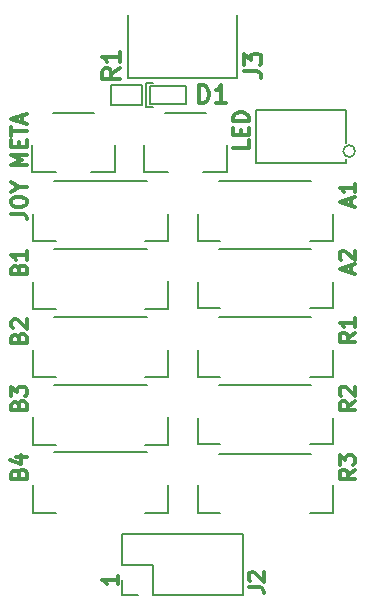
<source format=gbr>
G04 #@! TF.FileFunction,Other,ECO1*
%FSLAX46Y46*%
G04 Gerber Fmt 4.6, Leading zero omitted, Abs format (unit mm)*
G04 Created by KiCad (PCBNEW 4.0.5) date 05/20/17 23:37:33*
%MOMM*%
%LPD*%
G01*
G04 APERTURE LIST*
%ADD10C,0.100000*%
%ADD11C,0.300000*%
%ADD12C,0.200000*%
G04 APERTURE END LIST*
D10*
D11*
X70178571Y-54750000D02*
X71250000Y-54750000D01*
X71464286Y-54821428D01*
X71607143Y-54964285D01*
X71678571Y-55178571D01*
X71678571Y-55321428D01*
X70178571Y-54178571D02*
X70178571Y-53250000D01*
X70750000Y-53750000D01*
X70750000Y-53535714D01*
X70821429Y-53392857D01*
X70892857Y-53321428D01*
X71035714Y-53250000D01*
X71392857Y-53250000D01*
X71535714Y-53321428D01*
X71607143Y-53392857D01*
X71678571Y-53535714D01*
X71678571Y-53964286D01*
X71607143Y-54107143D01*
X71535714Y-54178571D01*
X59678571Y-54499999D02*
X58964286Y-54999999D01*
X59678571Y-55357142D02*
X58178571Y-55357142D01*
X58178571Y-54785714D01*
X58250000Y-54642856D01*
X58321429Y-54571428D01*
X58464286Y-54499999D01*
X58678571Y-54499999D01*
X58821429Y-54571428D01*
X58892857Y-54642856D01*
X58964286Y-54785714D01*
X58964286Y-55357142D01*
X59678571Y-53071428D02*
X59678571Y-53928571D01*
X59678571Y-53499999D02*
X58178571Y-53499999D01*
X58392857Y-53642856D01*
X58535714Y-53785714D01*
X58607143Y-53928571D01*
X66392858Y-57428571D02*
X66392858Y-55928571D01*
X66750001Y-55928571D01*
X66964286Y-56000000D01*
X67107144Y-56142857D01*
X67178572Y-56285714D01*
X67250001Y-56571429D01*
X67250001Y-56785714D01*
X67178572Y-57071429D01*
X67107144Y-57214286D01*
X66964286Y-57357143D01*
X66750001Y-57428571D01*
X66392858Y-57428571D01*
X68678572Y-57428571D02*
X67821429Y-57428571D01*
X68250001Y-57428571D02*
X68250001Y-55928571D01*
X68107144Y-56142857D01*
X67964286Y-56285714D01*
X67821429Y-56357143D01*
X70588095Y-98433333D02*
X71516667Y-98433333D01*
X71702381Y-98495237D01*
X71826190Y-98619047D01*
X71888095Y-98804761D01*
X71888095Y-98928571D01*
X70711905Y-97876190D02*
X70650000Y-97814285D01*
X70588095Y-97690476D01*
X70588095Y-97380952D01*
X70650000Y-97257142D01*
X70711905Y-97195238D01*
X70835714Y-97133333D01*
X70959524Y-97133333D01*
X71145238Y-97195238D01*
X71888095Y-97938095D01*
X71888095Y-97133333D01*
D12*
X66300000Y-92100000D02*
X68200000Y-92100000D01*
X66300000Y-89800000D02*
X66300000Y-92100000D01*
X77700000Y-92100000D02*
X75800000Y-92100000D01*
X77700000Y-89800000D02*
X77700000Y-92100000D01*
X68100000Y-87100000D02*
X75900000Y-87100000D01*
X66300000Y-86300000D02*
X68200000Y-86300000D01*
X66300000Y-84100000D02*
X66300000Y-86300000D01*
X77700000Y-86300000D02*
X75800000Y-86300000D01*
X77700000Y-84100000D02*
X77700000Y-86300000D01*
X68100000Y-81300000D02*
X75900000Y-81300000D01*
X77700000Y-80600000D02*
X75800000Y-80600000D01*
X77700000Y-78300000D02*
X77700000Y-80600000D01*
X66300000Y-80600000D02*
X68200000Y-80600000D01*
X66300000Y-78300000D02*
X66300000Y-80600000D01*
X68100000Y-75500000D02*
X75900000Y-75500000D01*
X77700000Y-74800000D02*
X75800000Y-74800000D01*
X77700000Y-72600000D02*
X77700000Y-74800000D01*
X66300000Y-74800000D02*
X68200000Y-74800000D01*
X66300000Y-72600000D02*
X66300000Y-74800000D01*
X68100000Y-69800000D02*
X75900000Y-69800000D01*
X77700000Y-69100000D02*
X75800000Y-69100000D01*
X77700000Y-66800000D02*
X77700000Y-69100000D01*
X66300000Y-69100000D02*
X68200000Y-69100000D01*
X66300000Y-66800000D02*
X66300000Y-69100000D01*
X68100000Y-64000000D02*
X75900000Y-64000000D01*
X52300000Y-92100000D02*
X54300000Y-92100000D01*
X52300000Y-89800000D02*
X52300000Y-92100000D01*
X63800000Y-92100000D02*
X61800000Y-92100000D01*
X63800000Y-89800000D02*
X63800000Y-92100000D01*
X54100000Y-87000000D02*
X62000000Y-87000000D01*
X63800000Y-86400000D02*
X61800000Y-86400000D01*
X63800000Y-84000000D02*
X63800000Y-86400000D01*
X52300000Y-86400000D02*
X54300000Y-86400000D01*
X52300000Y-84000000D02*
X52300000Y-86400000D01*
X54100000Y-81300000D02*
X62000000Y-81300000D01*
X63800000Y-80600000D02*
X61800000Y-80600000D01*
X63800000Y-78300000D02*
X63800000Y-80600000D01*
X52300000Y-80600000D02*
X54300000Y-80600000D01*
X52300000Y-78300000D02*
X52300000Y-80600000D01*
X52300000Y-74900000D02*
X54300000Y-74900000D01*
X52300000Y-72600000D02*
X52300000Y-74900000D01*
X52300000Y-69100000D02*
X54300000Y-69100000D01*
X52300000Y-66800000D02*
X52300000Y-69100000D01*
X54100000Y-75500000D02*
X62000000Y-75500000D01*
X62000000Y-69800000D02*
X54100000Y-69800000D01*
X63800000Y-74900000D02*
X61800000Y-74900000D01*
X63800000Y-72500000D02*
X63800000Y-74900000D01*
X63800000Y-69100000D02*
X63800000Y-66800000D01*
X63800000Y-69100000D02*
X61800000Y-69100000D01*
X54100000Y-64000000D02*
X62000000Y-64000000D01*
X61750000Y-63250000D02*
X61750000Y-61000000D01*
X63750000Y-63250000D02*
X61750000Y-63250000D01*
X68750000Y-63250000D02*
X66750000Y-63250000D01*
X68750000Y-61000000D02*
X68750000Y-63250000D01*
X63500000Y-58250000D02*
X67000000Y-58250000D01*
X52250000Y-63250000D02*
X54250000Y-63250000D01*
X52250000Y-61000000D02*
X52250000Y-63250000D01*
X59250000Y-63250000D02*
X57250000Y-63250000D01*
X59250000Y-61000000D02*
X59250000Y-63250000D01*
X54000000Y-58250000D02*
X57500000Y-58250000D01*
X59900000Y-99100000D02*
X59900000Y-97800000D01*
X61200000Y-99100000D02*
X59900000Y-99100000D01*
X59900000Y-96500000D02*
X59900000Y-93900000D01*
X62500000Y-96500000D02*
X59900000Y-96500000D01*
X62500000Y-99100000D02*
X62500000Y-96500000D01*
X70100000Y-99100000D02*
X62500000Y-99100000D01*
X70100000Y-93900000D02*
X70100000Y-99100000D01*
X59900000Y-93900000D02*
X70100000Y-93900000D01*
X71200000Y-62500000D02*
X71200000Y-58000000D01*
X78800000Y-62500000D02*
X78800000Y-62200000D01*
X71200000Y-62500000D02*
X78800000Y-62500000D01*
X78800000Y-58000000D02*
X78800000Y-60800000D01*
X71200000Y-58000000D02*
X78800000Y-58000000D01*
X61900000Y-57800000D02*
X62500000Y-57800000D01*
X61900000Y-55700000D02*
X61900000Y-57800000D01*
X62500000Y-55700000D02*
X61900000Y-55700000D01*
X65300000Y-56000000D02*
X62200000Y-56000000D01*
X65300000Y-57500000D02*
X65300000Y-56000000D01*
X62200000Y-57500000D02*
X65300000Y-57500000D01*
X62200000Y-56000000D02*
X62200000Y-57500000D01*
X58900000Y-57600000D02*
X58900000Y-55900000D01*
X61600000Y-57600000D02*
X58900000Y-57600000D01*
X61600000Y-55900000D02*
X61600000Y-57600000D01*
X58900000Y-55900000D02*
X61600000Y-55900000D01*
X69600000Y-55300000D02*
X69600000Y-50000000D01*
X60400000Y-55300000D02*
X69600000Y-55300000D01*
X60400000Y-50000000D02*
X60400000Y-55300000D01*
X79600000Y-61500000D02*
G75*
G03X79600000Y-61500000I-500000J0D01*
G01*
D11*
X59488095Y-97428571D02*
X59488095Y-98171428D01*
X59488095Y-97799999D02*
X58188095Y-97799999D01*
X58373810Y-97923809D01*
X58497619Y-98047618D01*
X58559524Y-98171428D01*
X79216667Y-66104762D02*
X79216667Y-65485714D01*
X79588095Y-66228571D02*
X78288095Y-65795238D01*
X79588095Y-65361905D01*
X79588095Y-64247619D02*
X79588095Y-64990476D01*
X79588095Y-64619047D02*
X78288095Y-64619047D01*
X78473810Y-64742857D01*
X78597619Y-64866666D01*
X78659524Y-64990476D01*
X79216667Y-71804762D02*
X79216667Y-71185714D01*
X79588095Y-71928571D02*
X78288095Y-71495238D01*
X79588095Y-71061905D01*
X78411905Y-70690476D02*
X78350000Y-70628571D01*
X78288095Y-70504762D01*
X78288095Y-70195238D01*
X78350000Y-70071428D01*
X78411905Y-70009524D01*
X78535714Y-69947619D01*
X78659524Y-69947619D01*
X78845238Y-70009524D01*
X79588095Y-70752381D01*
X79588095Y-69947619D01*
X79588095Y-76885714D02*
X78969048Y-77319047D01*
X79588095Y-77628571D02*
X78288095Y-77628571D01*
X78288095Y-77133333D01*
X78350000Y-77009524D01*
X78411905Y-76947619D01*
X78535714Y-76885714D01*
X78721429Y-76885714D01*
X78845238Y-76947619D01*
X78907143Y-77009524D01*
X78969048Y-77133333D01*
X78969048Y-77628571D01*
X79588095Y-75647619D02*
X79588095Y-76390476D01*
X79588095Y-76019047D02*
X78288095Y-76019047D01*
X78473810Y-76142857D01*
X78597619Y-76266666D01*
X78659524Y-76390476D01*
X79588095Y-82685714D02*
X78969048Y-83119047D01*
X79588095Y-83428571D02*
X78288095Y-83428571D01*
X78288095Y-82933333D01*
X78350000Y-82809524D01*
X78411905Y-82747619D01*
X78535714Y-82685714D01*
X78721429Y-82685714D01*
X78845238Y-82747619D01*
X78907143Y-82809524D01*
X78969048Y-82933333D01*
X78969048Y-83428571D01*
X78411905Y-82190476D02*
X78350000Y-82128571D01*
X78288095Y-82004762D01*
X78288095Y-81695238D01*
X78350000Y-81571428D01*
X78411905Y-81509524D01*
X78535714Y-81447619D01*
X78659524Y-81447619D01*
X78845238Y-81509524D01*
X79588095Y-82252381D01*
X79588095Y-81447619D01*
X79588095Y-88485714D02*
X78969048Y-88919047D01*
X79588095Y-89228571D02*
X78288095Y-89228571D01*
X78288095Y-88733333D01*
X78350000Y-88609524D01*
X78411905Y-88547619D01*
X78535714Y-88485714D01*
X78721429Y-88485714D01*
X78845238Y-88547619D01*
X78907143Y-88609524D01*
X78969048Y-88733333D01*
X78969048Y-89228571D01*
X78288095Y-88052381D02*
X78288095Y-87247619D01*
X78783333Y-87680952D01*
X78783333Y-87495238D01*
X78845238Y-87371428D01*
X78907143Y-87309524D01*
X79030952Y-87247619D01*
X79340476Y-87247619D01*
X79464286Y-87309524D01*
X79526190Y-87371428D01*
X79588095Y-87495238D01*
X79588095Y-87866666D01*
X79526190Y-87990476D01*
X79464286Y-88052381D01*
X70588095Y-60571429D02*
X70588095Y-61190476D01*
X69288095Y-61190476D01*
X69907143Y-60138095D02*
X69907143Y-59704762D01*
X70588095Y-59519048D02*
X70588095Y-60138095D01*
X69288095Y-60138095D01*
X69288095Y-59519048D01*
X70588095Y-58961905D02*
X69288095Y-58961905D01*
X69288095Y-58652381D01*
X69350000Y-58466667D01*
X69473810Y-58342858D01*
X69597619Y-58280953D01*
X69845238Y-58219048D01*
X70030952Y-58219048D01*
X70278571Y-58280953D01*
X70402381Y-58342858D01*
X70526190Y-58466667D01*
X70588095Y-58652381D01*
X70588095Y-58961905D01*
X51788095Y-62657142D02*
X50488095Y-62657142D01*
X51416667Y-62223809D01*
X50488095Y-61790476D01*
X51788095Y-61790476D01*
X51107143Y-61171428D02*
X51107143Y-60738095D01*
X51788095Y-60552381D02*
X51788095Y-61171428D01*
X50488095Y-61171428D01*
X50488095Y-60552381D01*
X50488095Y-60180952D02*
X50488095Y-59438095D01*
X51788095Y-59809524D02*
X50488095Y-59809524D01*
X51416667Y-59066667D02*
X51416667Y-58447619D01*
X51788095Y-59190476D02*
X50488095Y-58757143D01*
X51788095Y-58323810D01*
X51107143Y-71495238D02*
X51169048Y-71309524D01*
X51230952Y-71247619D01*
X51354762Y-71185714D01*
X51540476Y-71185714D01*
X51664286Y-71247619D01*
X51726190Y-71309524D01*
X51788095Y-71433333D01*
X51788095Y-71928571D01*
X50488095Y-71928571D01*
X50488095Y-71495238D01*
X50550000Y-71371428D01*
X50611905Y-71309524D01*
X50735714Y-71247619D01*
X50859524Y-71247619D01*
X50983333Y-71309524D01*
X51045238Y-71371428D01*
X51107143Y-71495238D01*
X51107143Y-71928571D01*
X51788095Y-69947619D02*
X51788095Y-70690476D01*
X51788095Y-70319047D02*
X50488095Y-70319047D01*
X50673810Y-70442857D01*
X50797619Y-70566666D01*
X50859524Y-70690476D01*
X51107143Y-77295238D02*
X51169048Y-77109524D01*
X51230952Y-77047619D01*
X51354762Y-76985714D01*
X51540476Y-76985714D01*
X51664286Y-77047619D01*
X51726190Y-77109524D01*
X51788095Y-77233333D01*
X51788095Y-77728571D01*
X50488095Y-77728571D01*
X50488095Y-77295238D01*
X50550000Y-77171428D01*
X50611905Y-77109524D01*
X50735714Y-77047619D01*
X50859524Y-77047619D01*
X50983333Y-77109524D01*
X51045238Y-77171428D01*
X51107143Y-77295238D01*
X51107143Y-77728571D01*
X50611905Y-76490476D02*
X50550000Y-76428571D01*
X50488095Y-76304762D01*
X50488095Y-75995238D01*
X50550000Y-75871428D01*
X50611905Y-75809524D01*
X50735714Y-75747619D01*
X50859524Y-75747619D01*
X51045238Y-75809524D01*
X51788095Y-76552381D01*
X51788095Y-75747619D01*
X51107143Y-82995238D02*
X51169048Y-82809524D01*
X51230952Y-82747619D01*
X51354762Y-82685714D01*
X51540476Y-82685714D01*
X51664286Y-82747619D01*
X51726190Y-82809524D01*
X51788095Y-82933333D01*
X51788095Y-83428571D01*
X50488095Y-83428571D01*
X50488095Y-82995238D01*
X50550000Y-82871428D01*
X50611905Y-82809524D01*
X50735714Y-82747619D01*
X50859524Y-82747619D01*
X50983333Y-82809524D01*
X51045238Y-82871428D01*
X51107143Y-82995238D01*
X51107143Y-83428571D01*
X50488095Y-82252381D02*
X50488095Y-81447619D01*
X50983333Y-81880952D01*
X50983333Y-81695238D01*
X51045238Y-81571428D01*
X51107143Y-81509524D01*
X51230952Y-81447619D01*
X51540476Y-81447619D01*
X51664286Y-81509524D01*
X51726190Y-81571428D01*
X51788095Y-81695238D01*
X51788095Y-82066666D01*
X51726190Y-82190476D01*
X51664286Y-82252381D01*
X51107143Y-88795238D02*
X51169048Y-88609524D01*
X51230952Y-88547619D01*
X51354762Y-88485714D01*
X51540476Y-88485714D01*
X51664286Y-88547619D01*
X51726190Y-88609524D01*
X51788095Y-88733333D01*
X51788095Y-89228571D01*
X50488095Y-89228571D01*
X50488095Y-88795238D01*
X50550000Y-88671428D01*
X50611905Y-88609524D01*
X50735714Y-88547619D01*
X50859524Y-88547619D01*
X50983333Y-88609524D01*
X51045238Y-88671428D01*
X51107143Y-88795238D01*
X51107143Y-89228571D01*
X50921429Y-87371428D02*
X51788095Y-87371428D01*
X50426190Y-87680952D02*
X51354762Y-87990476D01*
X51354762Y-87185714D01*
X50488095Y-66785715D02*
X51416667Y-66785715D01*
X51602381Y-66847619D01*
X51726190Y-66971429D01*
X51788095Y-67157143D01*
X51788095Y-67280953D01*
X50488095Y-65919048D02*
X50488095Y-65671429D01*
X50550000Y-65547620D01*
X50673810Y-65423810D01*
X50921429Y-65361905D01*
X51354762Y-65361905D01*
X51602381Y-65423810D01*
X51726190Y-65547620D01*
X51788095Y-65671429D01*
X51788095Y-65919048D01*
X51726190Y-66042858D01*
X51602381Y-66166667D01*
X51354762Y-66228572D01*
X50921429Y-66228572D01*
X50673810Y-66166667D01*
X50550000Y-66042858D01*
X50488095Y-65919048D01*
X51169048Y-64557143D02*
X51788095Y-64557143D01*
X50488095Y-64990476D02*
X51169048Y-64557143D01*
X50488095Y-64123810D01*
M02*

</source>
